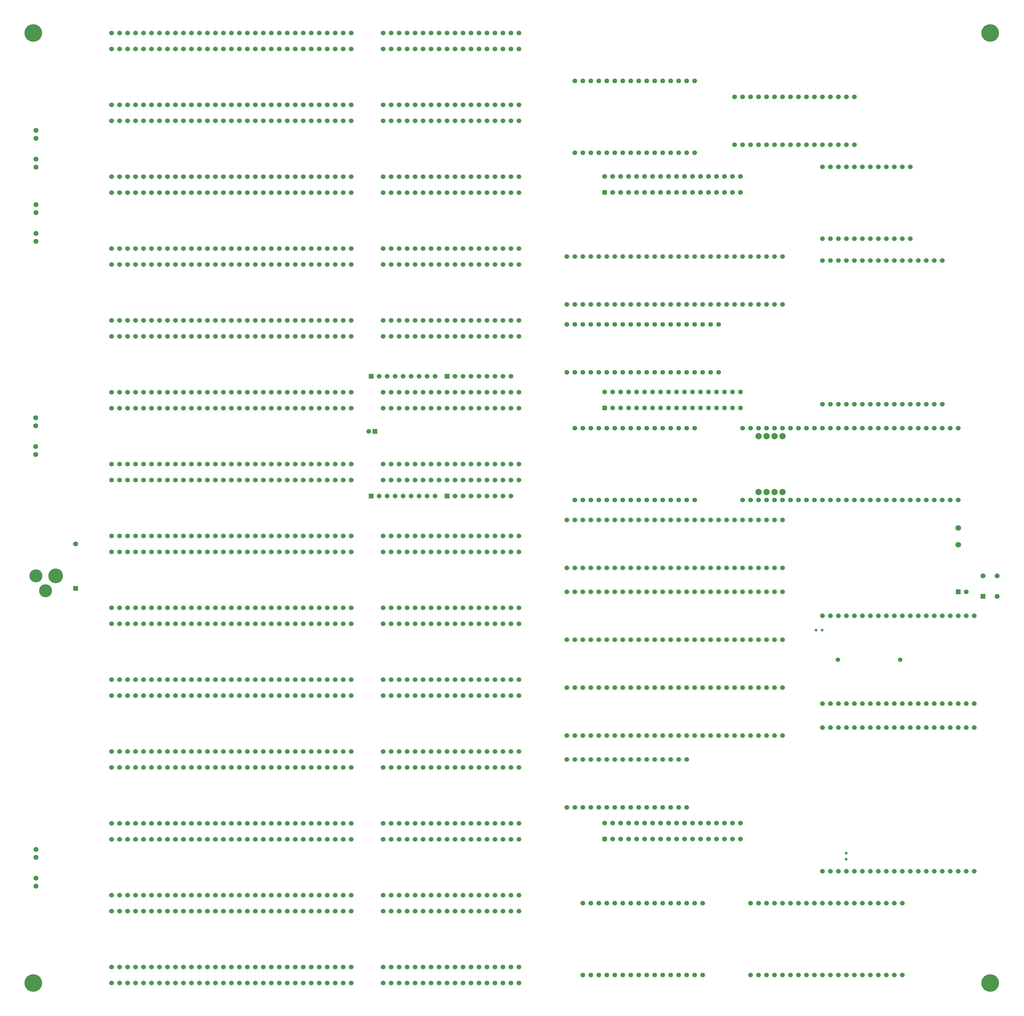
<source format=gbs>
%TF.GenerationSoftware,KiCad,Pcbnew,9.0.4*%
%TF.CreationDate,2025-09-20T21:21:59+02:00*%
%TF.ProjectId,Mainboard Full,4d61696e-626f-4617-9264-2046756c6c2e,V0*%
%TF.SameCoordinates,Original*%
%TF.FileFunction,Soldermask,Bot*%
%TF.FilePolarity,Negative*%
%FSLAX46Y46*%
G04 Gerber Fmt 4.6, Leading zero omitted, Abs format (unit mm)*
G04 Created by KiCad (PCBNEW 9.0.4) date 2025-09-20 21:21:59*
%MOMM*%
%LPD*%
G01*
G04 APERTURE LIST*
G04 Aperture macros list*
%AMRoundRect*
0 Rectangle with rounded corners*
0 $1 Rounding radius*
0 $2 $3 $4 $5 $6 $7 $8 $9 X,Y pos of 4 corners*
0 Add a 4 corners polygon primitive as box body*
4,1,4,$2,$3,$4,$5,$6,$7,$8,$9,$2,$3,0*
0 Add four circle primitives for the rounded corners*
1,1,$1+$1,$2,$3*
1,1,$1+$1,$4,$5*
1,1,$1+$1,$6,$7*
1,1,$1+$1,$8,$9*
0 Add four rect primitives between the rounded corners*
20,1,$1+$1,$2,$3,$4,$5,0*
20,1,$1+$1,$4,$5,$6,$7,0*
20,1,$1+$1,$6,$7,$8,$9,0*
20,1,$1+$1,$8,$9,$2,$3,0*%
G04 Aperture macros list end*
%ADD10C,1.500000*%
%ADD11C,0.900000*%
%ADD12C,2.000000*%
%ADD13C,1.400000*%
%ADD14R,1.500000X1.500000*%
%ADD15RoundRect,0.375000X0.375000X0.375000X-0.375000X0.375000X-0.375000X-0.375000X0.375000X-0.375000X0*%
%ADD16R,1.575000X1.575000*%
%ADD17C,1.575000*%
%ADD18C,4.700000*%
%ADD19C,4.150000*%
%ADD20C,1.600000*%
%ADD21C,5.600000*%
%ADD22C,1.800000*%
G04 APERTURE END LIST*
D10*
%TO.C,B14*%
X198120000Y33020000D03*
X200660000Y33020000D03*
X203200000Y33020000D03*
X205740000Y33020000D03*
X208280000Y33020000D03*
X210820000Y33020000D03*
X213360000Y33020000D03*
X215900000Y33020000D03*
X218440000Y33020000D03*
X220980000Y33020000D03*
X223520000Y33020000D03*
X226060000Y33020000D03*
X228600000Y33020000D03*
X231140000Y33020000D03*
X233680000Y33020000D03*
X236220000Y33020000D03*
X236220000Y48260000D03*
X233680000Y48260000D03*
X231140000Y48260000D03*
X228600000Y48260000D03*
X226060000Y48260000D03*
X223520000Y48260000D03*
X220980000Y48260000D03*
X218440000Y48260000D03*
X215900000Y48260000D03*
X213360000Y48260000D03*
X210820000Y48260000D03*
X208280000Y48260000D03*
X205740000Y48260000D03*
X203200000Y48260000D03*
X200660000Y48260000D03*
X198120000Y48260000D03*
%TD*%
%TO.C,B11*%
X149860000Y-231140000D03*
X152400000Y-231140000D03*
X154940000Y-231140000D03*
X157480000Y-231140000D03*
X160020000Y-231140000D03*
X162560000Y-231140000D03*
X165100000Y-231140000D03*
X167640000Y-231140000D03*
X170180000Y-231140000D03*
X172720000Y-231140000D03*
X175260000Y-231140000D03*
X177800000Y-231140000D03*
X180340000Y-231140000D03*
X182880000Y-231140000D03*
X185420000Y-231140000D03*
X187960000Y-231140000D03*
X187960000Y-208280000D03*
X185420000Y-208280000D03*
X182880000Y-208280000D03*
X180340000Y-208280000D03*
X177800000Y-208280000D03*
X175260000Y-208280000D03*
X172720000Y-208280000D03*
X170180000Y-208280000D03*
X167640000Y-208280000D03*
X165100000Y-208280000D03*
X162560000Y-208280000D03*
X160020000Y-208280000D03*
X157480000Y-208280000D03*
X154940000Y-208280000D03*
X152400000Y-208280000D03*
X149860000Y-208280000D03*
%TD*%
%TO.C,B1*%
X144780000Y-17780000D03*
X147320000Y-17780000D03*
X149860000Y-17780000D03*
X152400000Y-17780000D03*
X154940000Y-17780000D03*
X157480000Y-17780000D03*
X160020000Y-17780000D03*
X162560000Y-17780000D03*
X165100000Y-17780000D03*
X167640000Y-17780000D03*
X170180000Y-17780000D03*
X172720000Y-17780000D03*
X175260000Y-17780000D03*
X177800000Y-17780000D03*
X180340000Y-17780000D03*
X182880000Y-17780000D03*
X185420000Y-17780000D03*
X187960000Y-17780000D03*
X190500000Y-17780000D03*
X193040000Y-17780000D03*
X195580000Y-17780000D03*
X198120000Y-17780000D03*
X200660000Y-17780000D03*
X203200000Y-17780000D03*
X205740000Y-17780000D03*
X208280000Y-17780000D03*
X210820000Y-17780000D03*
X213360000Y-17780000D03*
X213360000Y-2540000D03*
X210820000Y-2540000D03*
X208280000Y-2540000D03*
X205740000Y-2540000D03*
X203200000Y-2540000D03*
X200660000Y-2540000D03*
X198120000Y-2540000D03*
X195580000Y-2540000D03*
X193040000Y-2540000D03*
X190500000Y-2540000D03*
X187960000Y-2540000D03*
X185420000Y-2540000D03*
X182880000Y-2540000D03*
X180340000Y-2540000D03*
X177800000Y-2540000D03*
X175260000Y-2540000D03*
X172720000Y-2540000D03*
X170180000Y-2540000D03*
X167640000Y-2540000D03*
X165100000Y-2540000D03*
X162560000Y-2540000D03*
X160020000Y-2540000D03*
X157480000Y-2540000D03*
X154940000Y-2540000D03*
X152400000Y-2540000D03*
X149860000Y-2540000D03*
X147320000Y-2540000D03*
X144780000Y-2540000D03*
%TD*%
%TO.C,B3*%
X144780000Y-154940000D03*
X147320000Y-154940000D03*
X149860000Y-154940000D03*
X152400000Y-154940000D03*
X154940000Y-154940000D03*
X157480000Y-154940000D03*
X160020000Y-154940000D03*
X162560000Y-154940000D03*
X165100000Y-154940000D03*
X167640000Y-154940000D03*
X170180000Y-154940000D03*
X172720000Y-154940000D03*
X175260000Y-154940000D03*
X177800000Y-154940000D03*
X180340000Y-154940000D03*
X182880000Y-154940000D03*
X185420000Y-154940000D03*
X187960000Y-154940000D03*
X190500000Y-154940000D03*
X193040000Y-154940000D03*
X195580000Y-154940000D03*
X198120000Y-154940000D03*
X200660000Y-154940000D03*
X203200000Y-154940000D03*
X205740000Y-154940000D03*
X208280000Y-154940000D03*
X210820000Y-154940000D03*
X213360000Y-154940000D03*
X213360000Y-139700000D03*
X210820000Y-139700000D03*
X208280000Y-139700000D03*
X205740000Y-139700000D03*
X203200000Y-139700000D03*
X200660000Y-139700000D03*
X198120000Y-139700000D03*
X195580000Y-139700000D03*
X193040000Y-139700000D03*
X190500000Y-139700000D03*
X187960000Y-139700000D03*
X185420000Y-139700000D03*
X182880000Y-139700000D03*
X180340000Y-139700000D03*
X177800000Y-139700000D03*
X175260000Y-139700000D03*
X172720000Y-139700000D03*
X170180000Y-139700000D03*
X167640000Y-139700000D03*
X165100000Y-139700000D03*
X162560000Y-139700000D03*
X160020000Y-139700000D03*
X157480000Y-139700000D03*
X154940000Y-139700000D03*
X152400000Y-139700000D03*
X149860000Y-139700000D03*
X147320000Y-139700000D03*
X144780000Y-139700000D03*
%TD*%
%TO.C,B15*%
X144780000Y-177800000D03*
X147320000Y-177800000D03*
X149860000Y-177800000D03*
X152400000Y-177800000D03*
X154940000Y-177800000D03*
X157480000Y-177800000D03*
X160020000Y-177800000D03*
X162560000Y-177800000D03*
X165100000Y-177800000D03*
X167640000Y-177800000D03*
X170180000Y-177800000D03*
X172720000Y-177800000D03*
X175260000Y-177800000D03*
X177800000Y-177800000D03*
X180340000Y-177800000D03*
X182880000Y-177800000D03*
X182880000Y-162560000D03*
X180340000Y-162560000D03*
X177800000Y-162560000D03*
X175260000Y-162560000D03*
X172720000Y-162560000D03*
X170180000Y-162560000D03*
X167640000Y-162560000D03*
X165100000Y-162560000D03*
X162560000Y-162560000D03*
X160020000Y-162560000D03*
X157480000Y-162560000D03*
X154940000Y-162560000D03*
X152400000Y-162560000D03*
X149860000Y-162560000D03*
X147320000Y-162560000D03*
X144780000Y-162560000D03*
%TD*%
D11*
%TO.C,B6*%
X233655000Y-194335400D03*
X233655000Y-192335400D03*
D10*
X226060000Y-198120000D03*
X228600000Y-198120000D03*
X231140000Y-198120000D03*
X233680000Y-198120000D03*
X236220000Y-198120000D03*
X238760000Y-198120000D03*
X241300000Y-198120000D03*
X243840000Y-198120000D03*
X246380000Y-198120000D03*
X248920000Y-198120000D03*
X251460000Y-198120000D03*
X254000000Y-198120000D03*
X256540000Y-198120000D03*
X259080000Y-198120000D03*
X261620000Y-198120000D03*
X264160000Y-198120000D03*
X266700000Y-198120000D03*
X269240000Y-198120000D03*
X271780000Y-198120000D03*
X274320000Y-198120000D03*
X274320000Y-152400000D03*
X271780000Y-152400000D03*
X269240000Y-152400000D03*
X266700000Y-152400000D03*
X264160000Y-152400000D03*
X261620000Y-152400000D03*
X259080000Y-152400000D03*
X256540000Y-152400000D03*
X254000000Y-152400000D03*
X251460000Y-152400000D03*
X248920000Y-152400000D03*
X246380000Y-152400000D03*
X243840000Y-152400000D03*
X241300000Y-152400000D03*
X238760000Y-152400000D03*
X236220000Y-152400000D03*
X233680000Y-152400000D03*
X231140000Y-152400000D03*
X228600000Y-152400000D03*
X226060000Y-152400000D03*
%TD*%
%TO.C,B16*%
X226060000Y3175000D03*
X228600000Y3175000D03*
X231140000Y3175000D03*
X233680000Y3175000D03*
X236220000Y3175000D03*
X238760000Y3175000D03*
X241300000Y3175000D03*
X243840000Y3175000D03*
X246380000Y3175000D03*
X248920000Y3175000D03*
X251460000Y3175000D03*
X254000000Y3175000D03*
X254000000Y26035000D03*
X251460000Y26035000D03*
X248920000Y26035000D03*
X246380000Y26035000D03*
X243840000Y26035000D03*
X241300000Y26035000D03*
X238760000Y26035000D03*
X236220000Y26035000D03*
X233680000Y26035000D03*
X231140000Y26035000D03*
X228600000Y26035000D03*
X226060000Y26035000D03*
%TD*%
%TO.C,B7*%
X226060000Y-49530000D03*
X228600000Y-49530000D03*
X231140000Y-49530000D03*
X233680000Y-49530000D03*
X236220000Y-49530000D03*
X238760000Y-49530000D03*
X241300000Y-49530000D03*
X243840000Y-49530000D03*
X246380000Y-49530000D03*
X248920000Y-49530000D03*
X251460000Y-49530000D03*
X254000000Y-49530000D03*
X256540000Y-49530000D03*
X259080000Y-49530000D03*
X261620000Y-49530000D03*
X264160000Y-49530000D03*
X264160000Y-3810000D03*
X261620000Y-3810000D03*
X259080000Y-3810000D03*
X256540000Y-3810000D03*
X254000000Y-3810000D03*
X251460000Y-3810000D03*
X248920000Y-3810000D03*
X246380000Y-3810000D03*
X243840000Y-3810000D03*
X241300000Y-3810000D03*
X238760000Y-3810000D03*
X236220000Y-3810000D03*
X233680000Y-3810000D03*
X231140000Y-3810000D03*
X228600000Y-3810000D03*
X226060000Y-3810000D03*
%TD*%
%TO.C,B9*%
X144780000Y-124460000D03*
X147320000Y-124460000D03*
X149860000Y-124460000D03*
X152400000Y-124460000D03*
X154940000Y-124460000D03*
X157480000Y-124460000D03*
X160020000Y-124460000D03*
X162560000Y-124460000D03*
X165100000Y-124460000D03*
X167640000Y-124460000D03*
X170180000Y-124460000D03*
X172720000Y-124460000D03*
X175260000Y-124460000D03*
X177800000Y-124460000D03*
X180340000Y-124460000D03*
X182880000Y-124460000D03*
X185420000Y-124460000D03*
X187960000Y-124460000D03*
X190500000Y-124460000D03*
X193040000Y-124460000D03*
X195580000Y-124460000D03*
X198120000Y-124460000D03*
X200660000Y-124460000D03*
X203200000Y-124460000D03*
X205740000Y-124460000D03*
X208280000Y-124460000D03*
X210820000Y-124460000D03*
X213360000Y-124460000D03*
X213360000Y-109220000D03*
X210820000Y-109220000D03*
X208280000Y-109220000D03*
X205740000Y-109220000D03*
X203200000Y-109220000D03*
X200660000Y-109220000D03*
X198120000Y-109220000D03*
X195580000Y-109220000D03*
X193040000Y-109220000D03*
X190500000Y-109220000D03*
X187960000Y-109220000D03*
X185420000Y-109220000D03*
X182880000Y-109220000D03*
X180340000Y-109220000D03*
X177800000Y-109220000D03*
X175260000Y-109220000D03*
X172720000Y-109220000D03*
X170180000Y-109220000D03*
X167640000Y-109220000D03*
X165100000Y-109220000D03*
X162560000Y-109220000D03*
X160020000Y-109220000D03*
X157480000Y-109220000D03*
X154940000Y-109220000D03*
X152400000Y-109220000D03*
X149860000Y-109220000D03*
X147320000Y-109220000D03*
X144780000Y-109220000D03*
%TD*%
D12*
%TO.C,B12*%
X205740000Y-77470000D03*
X208280000Y-77470000D03*
X210820000Y-77470000D03*
X213360000Y-77470000D03*
X205740000Y-59690000D03*
X208280000Y-59690000D03*
X210820000Y-59690000D03*
X213360000Y-59690000D03*
D10*
X200660000Y-80010000D03*
X203200000Y-80010000D03*
X205740000Y-80010000D03*
X208280000Y-80010000D03*
X210820000Y-80010000D03*
X213360000Y-80010000D03*
X215900000Y-80010000D03*
X218440000Y-80010000D03*
X220980000Y-80010000D03*
X223520000Y-80010000D03*
X226060000Y-80010000D03*
X228600000Y-80010000D03*
X231140000Y-80010000D03*
X233680000Y-80010000D03*
X236220000Y-80010000D03*
X238760000Y-80010000D03*
X241300000Y-80010000D03*
X243840000Y-80010000D03*
X246380000Y-80010000D03*
X248920000Y-80010000D03*
X251460000Y-80010000D03*
X254000000Y-80010000D03*
X256540000Y-80010000D03*
X259080000Y-80010000D03*
X261620000Y-80010000D03*
X264160000Y-80010000D03*
X266700000Y-80010000D03*
X269240000Y-80010000D03*
X269240000Y-57150000D03*
X266700000Y-57150000D03*
X264160000Y-57150000D03*
X261620000Y-57150000D03*
X259080000Y-57150000D03*
X256540000Y-57150000D03*
X254000000Y-57150000D03*
X251460000Y-57150000D03*
X248920000Y-57150000D03*
X246380000Y-57150000D03*
X243840000Y-57150000D03*
X241300000Y-57150000D03*
X238760000Y-57150000D03*
X236220000Y-57150000D03*
X233680000Y-57150000D03*
X231140000Y-57150000D03*
X228600000Y-57150000D03*
X226060000Y-57150000D03*
X223520000Y-57150000D03*
X220980000Y-57150000D03*
X218440000Y-57150000D03*
X215900000Y-57150000D03*
X213360000Y-57150000D03*
X210820000Y-57150000D03*
X208280000Y-57150000D03*
X205740000Y-57150000D03*
X203200000Y-57150000D03*
X200660000Y-57150000D03*
%TD*%
%TO.C,B10*%
X147320000Y-80010000D03*
X149860000Y-80010000D03*
X152400000Y-80010000D03*
X154940000Y-80010000D03*
X157480000Y-80010000D03*
X160020000Y-80010000D03*
X162560000Y-80010000D03*
X165100000Y-80010000D03*
X167640000Y-80010000D03*
X170180000Y-80010000D03*
X172720000Y-80010000D03*
X175260000Y-80010000D03*
X177800000Y-80010000D03*
X180340000Y-80010000D03*
X182880000Y-80010000D03*
X185420000Y-80010000D03*
X185420000Y-57150000D03*
X182880000Y-57150000D03*
X180340000Y-57150000D03*
X177800000Y-57150000D03*
X175260000Y-57150000D03*
X172720000Y-57150000D03*
X170180000Y-57150000D03*
X167640000Y-57150000D03*
X165100000Y-57150000D03*
X162560000Y-57150000D03*
X160020000Y-57150000D03*
X157480000Y-57150000D03*
X154940000Y-57150000D03*
X152400000Y-57150000D03*
X149860000Y-57150000D03*
X147320000Y-57150000D03*
%TD*%
D13*
%TO.C,B8*%
X231013000Y-130810000D03*
X250813000Y-130810000D03*
D11*
X224028001Y-121412000D03*
X226028001Y-121412000D03*
D10*
X226060000Y-144780000D03*
X228600000Y-144780000D03*
X231140000Y-144780000D03*
X233680000Y-144780000D03*
X236220000Y-144780000D03*
X238760000Y-144780000D03*
X241300000Y-144780000D03*
X243840000Y-144780000D03*
X246380000Y-144780000D03*
X248920000Y-144780000D03*
X251460000Y-144780000D03*
X254000000Y-144780000D03*
X256540000Y-144780000D03*
X259080000Y-144780000D03*
X261620000Y-144780000D03*
X264160000Y-144780000D03*
X266700000Y-144780000D03*
X269240000Y-144780000D03*
X271780000Y-144780000D03*
X274320000Y-144780000D03*
X274320000Y-116840000D03*
X271780000Y-116840000D03*
X269240000Y-116840000D03*
X266700000Y-116840000D03*
X264160000Y-116840000D03*
X261620000Y-116840000D03*
X259080000Y-116840000D03*
X256540000Y-116840000D03*
X254000000Y-116840000D03*
X251460000Y-116840000D03*
X248920000Y-116840000D03*
X246380000Y-116840000D03*
X243840000Y-116840000D03*
X241300000Y-116840000D03*
X238760000Y-116840000D03*
X236220000Y-116840000D03*
X233680000Y-116840000D03*
X231140000Y-116840000D03*
X228600000Y-116840000D03*
X226060000Y-116840000D03*
%TD*%
%TO.C,B4*%
X144780000Y-39370000D03*
X147320000Y-39370000D03*
X149860000Y-39370000D03*
X152400000Y-39370000D03*
X154940000Y-39370000D03*
X157480000Y-39370000D03*
X160020000Y-39370000D03*
X162560000Y-39370000D03*
X165100000Y-39370000D03*
X167640000Y-39370000D03*
X170180000Y-39370000D03*
X172720000Y-39370000D03*
X175260000Y-39370000D03*
X177800000Y-39370000D03*
X180340000Y-39370000D03*
X182880000Y-39370000D03*
X185420000Y-39370000D03*
X187960000Y-39370000D03*
X190500000Y-39370000D03*
X193040000Y-39370000D03*
X193040000Y-24130000D03*
X190500000Y-24130000D03*
X187960000Y-24130000D03*
X185420000Y-24130000D03*
X182880000Y-24130000D03*
X180340000Y-24130000D03*
X177800000Y-24130000D03*
X175260000Y-24130000D03*
X172720000Y-24130000D03*
X170180000Y-24130000D03*
X167640000Y-24130000D03*
X165100000Y-24130000D03*
X162560000Y-24130000D03*
X160020000Y-24130000D03*
X157480000Y-24130000D03*
X154940000Y-24130000D03*
X152400000Y-24130000D03*
X149860000Y-24130000D03*
X147320000Y-24130000D03*
X144780000Y-24130000D03*
%TD*%
%TO.C,B5*%
X147320000Y30480000D03*
X149860000Y30480000D03*
X152400000Y30480000D03*
X154940000Y30480000D03*
X157480000Y30480000D03*
X160020000Y30480000D03*
X162560000Y30480000D03*
X165100000Y30480000D03*
X167640000Y30480000D03*
X170180000Y30480000D03*
X172720000Y30480000D03*
X175260000Y30480000D03*
X177800000Y30480000D03*
X180340000Y30480000D03*
X182880000Y30480000D03*
X185420000Y30480000D03*
X185420000Y53340000D03*
X182880000Y53340000D03*
X180340000Y53340000D03*
X177800000Y53340000D03*
X175260000Y53340000D03*
X172720000Y53340000D03*
X170180000Y53340000D03*
X167640000Y53340000D03*
X165100000Y53340000D03*
X162560000Y53340000D03*
X160020000Y53340000D03*
X157480000Y53340000D03*
X154940000Y53340000D03*
X152400000Y53340000D03*
X149860000Y53340000D03*
X147320000Y53340000D03*
%TD*%
%TO.C,B13*%
X203200000Y-231140000D03*
X205740000Y-231140000D03*
X208280000Y-231140000D03*
X210820000Y-231140000D03*
X213360000Y-231140000D03*
X215900000Y-231140000D03*
X218440000Y-231140000D03*
X220980000Y-231140000D03*
X223520000Y-231140000D03*
X226060000Y-231140000D03*
X228600000Y-231140000D03*
X231140000Y-231140000D03*
X233680000Y-231140000D03*
X236220000Y-231140000D03*
X238760000Y-231140000D03*
X241300000Y-231140000D03*
X243840000Y-231140000D03*
X246380000Y-231140000D03*
X248920000Y-231140000D03*
X251460000Y-231140000D03*
X251460000Y-208280000D03*
X248920000Y-208280000D03*
X246380000Y-208280000D03*
X243840000Y-208280000D03*
X241300000Y-208280000D03*
X238760000Y-208280000D03*
X236220000Y-208280000D03*
X233680000Y-208280000D03*
X231140000Y-208280000D03*
X228600000Y-208280000D03*
X226060000Y-208280000D03*
X223520000Y-208280000D03*
X220980000Y-208280000D03*
X218440000Y-208280000D03*
X215900000Y-208280000D03*
X213360000Y-208280000D03*
X210820000Y-208280000D03*
X208280000Y-208280000D03*
X205740000Y-208280000D03*
X203200000Y-208280000D03*
%TD*%
%TO.C,B2*%
X144780000Y-101600000D03*
X147320000Y-101600000D03*
X149860000Y-101600000D03*
X152400000Y-101600000D03*
X154940000Y-101600000D03*
X157480000Y-101600000D03*
X160020000Y-101600000D03*
X162560000Y-101600000D03*
X165100000Y-101600000D03*
X167640000Y-101600000D03*
X170180000Y-101600000D03*
X172720000Y-101600000D03*
X175260000Y-101600000D03*
X177800000Y-101600000D03*
X180340000Y-101600000D03*
X182880000Y-101600000D03*
X185420000Y-101600000D03*
X187960000Y-101600000D03*
X190500000Y-101600000D03*
X193040000Y-101600000D03*
X195580000Y-101600000D03*
X198120000Y-101600000D03*
X200660000Y-101600000D03*
X203200000Y-101600000D03*
X205740000Y-101600000D03*
X208280000Y-101600000D03*
X210820000Y-101600000D03*
X213360000Y-101600000D03*
X213360000Y-86360000D03*
X210820000Y-86360000D03*
X208280000Y-86360000D03*
X205740000Y-86360000D03*
X203200000Y-86360000D03*
X200660000Y-86360000D03*
X198120000Y-86360000D03*
X195580000Y-86360000D03*
X193040000Y-86360000D03*
X190500000Y-86360000D03*
X187960000Y-86360000D03*
X185420000Y-86360000D03*
X182880000Y-86360000D03*
X180340000Y-86360000D03*
X177800000Y-86360000D03*
X175260000Y-86360000D03*
X172720000Y-86360000D03*
X170180000Y-86360000D03*
X167640000Y-86360000D03*
X165100000Y-86360000D03*
X162560000Y-86360000D03*
X160020000Y-86360000D03*
X157480000Y-86360000D03*
X154940000Y-86360000D03*
X152400000Y-86360000D03*
X149860000Y-86360000D03*
X147320000Y-86360000D03*
X144780000Y-86360000D03*
%TD*%
D14*
%TO.C,C1*%
X83788001Y-58166000D03*
D10*
X81788001Y-58166000D03*
%TD*%
%TO.C,MPU1 DEV17*%
X0Y45720000D03*
X2540000Y45720000D03*
X5080000Y45720000D03*
X7620000Y45720000D03*
X10160000Y45720000D03*
X12700000Y45720000D03*
X15240000Y45720000D03*
X17780000Y45720000D03*
X20320000Y45720000D03*
X22860000Y45720000D03*
X25400000Y45720000D03*
X27940000Y45720000D03*
X30480000Y45720000D03*
X33020000Y45720000D03*
X35560000Y45720000D03*
X38100000Y45720000D03*
X40640000Y45720000D03*
X43180000Y45720000D03*
X45720000Y45720000D03*
X48260000Y45720000D03*
X50800000Y45720000D03*
X53340000Y45720000D03*
X55880000Y45720000D03*
X58420000Y45720000D03*
X60960000Y45720000D03*
X63500000Y45720000D03*
X66040000Y45720000D03*
X68580000Y45720000D03*
X71120000Y45720000D03*
X73660000Y45720000D03*
X76200000Y45720000D03*
X0Y40640000D03*
X2540000Y40640000D03*
X5080000Y40640000D03*
X7620000Y40640000D03*
X10160000Y40640000D03*
X12700000Y40640000D03*
X15240000Y40640000D03*
X17780000Y40640000D03*
X20320000Y40640000D03*
X22860000Y40640000D03*
X25400000Y40640000D03*
X27940000Y40640000D03*
X30480000Y40640000D03*
X33020000Y40640000D03*
X35560000Y40640000D03*
X38100000Y40640000D03*
X40640000Y40640000D03*
X43180000Y40640000D03*
X45720000Y40640000D03*
X48260000Y40640000D03*
X50800000Y40640000D03*
X53340000Y40640000D03*
X55880000Y40640000D03*
X58420000Y40640000D03*
X60960000Y40640000D03*
X63500000Y40640000D03*
X66040000Y40640000D03*
X68580000Y40640000D03*
X71120000Y40640000D03*
X73660000Y40640000D03*
X76200000Y40640000D03*
X86360000Y45720000D03*
X88900000Y45720000D03*
X91440000Y45720000D03*
X93980000Y45720000D03*
X96520000Y45720000D03*
X99060000Y45720000D03*
X101600000Y45720000D03*
X104140000Y45720000D03*
X106680000Y45720000D03*
X109220000Y45720000D03*
X111760000Y45720000D03*
X114300000Y45720000D03*
X116840000Y45720000D03*
X119380000Y45720000D03*
X121920000Y45720000D03*
X124460000Y45720000D03*
X127000000Y45720000D03*
X129540000Y45720000D03*
X86360000Y40640000D03*
X88900000Y40640000D03*
X91440000Y40640000D03*
X93980000Y40640000D03*
X96520000Y40640000D03*
X99060000Y40640000D03*
X101600000Y40640000D03*
X104140000Y40640000D03*
X106680000Y40640000D03*
X109220000Y40640000D03*
X111760000Y40640000D03*
X114300000Y40640000D03*
X116840000Y40640000D03*
X119380000Y40640000D03*
X121920000Y40640000D03*
X124460000Y40640000D03*
X127000000Y40640000D03*
X129540000Y40640000D03*
%TD*%
D15*
%TO.C,MPD0*%
X156845000Y-50673000D03*
D10*
X156845000Y-45593000D03*
X159385000Y-50673000D03*
X159385000Y-45593000D03*
X161925000Y-50673000D03*
X161925000Y-45593000D03*
X164465000Y-50673000D03*
X164465000Y-45593000D03*
X167005000Y-50673000D03*
X167005000Y-45593000D03*
X169545000Y-50673000D03*
X169545000Y-45593000D03*
X172085000Y-50673000D03*
X172085000Y-45593000D03*
X174625000Y-50673000D03*
X174625000Y-45593000D03*
X177165000Y-50673000D03*
X177165000Y-45593000D03*
X179705000Y-50673000D03*
X179705000Y-45593000D03*
X182245000Y-50673000D03*
X182245000Y-45593000D03*
X184785000Y-50673000D03*
X184785000Y-45593000D03*
X187325000Y-50673000D03*
X187325000Y-45593000D03*
X189865000Y-50673000D03*
X189865000Y-45593000D03*
X192405000Y-50673000D03*
X192405000Y-45593000D03*
X194945000Y-50673000D03*
X194945000Y-45593000D03*
X197485000Y-50673000D03*
X197485000Y-45593000D03*
X200025000Y-50673000D03*
X200025000Y-45593000D03*
%TD*%
%TO.C,MPU1 DEV16*%
X0Y68580000D03*
X2540000Y68580000D03*
X5080000Y68580000D03*
X7620000Y68580000D03*
X10160000Y68580000D03*
X12700000Y68580000D03*
X15240000Y68580000D03*
X17780000Y68580000D03*
X20320000Y68580000D03*
X22860000Y68580000D03*
X25400000Y68580000D03*
X27940000Y68580000D03*
X30480000Y68580000D03*
X33020000Y68580000D03*
X35560000Y68580000D03*
X38100000Y68580000D03*
X40640000Y68580000D03*
X43180000Y68580000D03*
X45720000Y68580000D03*
X48260000Y68580000D03*
X50800000Y68580000D03*
X53340000Y68580000D03*
X55880000Y68580000D03*
X58420000Y68580000D03*
X60960000Y68580000D03*
X63500000Y68580000D03*
X66040000Y68580000D03*
X68580000Y68580000D03*
X71120000Y68580000D03*
X73660000Y68580000D03*
X76200000Y68580000D03*
X0Y63500000D03*
X2540000Y63500000D03*
X5080000Y63500000D03*
X7620000Y63500000D03*
X10160000Y63500000D03*
X12700000Y63500000D03*
X15240000Y63500000D03*
X17780000Y63500000D03*
X20320000Y63500000D03*
X22860000Y63500000D03*
X25400000Y63500000D03*
X27940000Y63500000D03*
X30480000Y63500000D03*
X33020000Y63500000D03*
X35560000Y63500000D03*
X38100000Y63500000D03*
X40640000Y63500000D03*
X43180000Y63500000D03*
X45720000Y63500000D03*
X48260000Y63500000D03*
X50800000Y63500000D03*
X53340000Y63500000D03*
X55880000Y63500000D03*
X58420000Y63500000D03*
X60960000Y63500000D03*
X63500000Y63500000D03*
X66040000Y63500000D03*
X68580000Y63500000D03*
X71120000Y63500000D03*
X73660000Y63500000D03*
X76200000Y63500000D03*
X86360000Y68580000D03*
X88900000Y68580000D03*
X91440000Y68580000D03*
X93980000Y68580000D03*
X96520000Y68580000D03*
X99060000Y68580000D03*
X101600000Y68580000D03*
X104140000Y68580000D03*
X106680000Y68580000D03*
X109220000Y68580000D03*
X111760000Y68580000D03*
X114300000Y68580000D03*
X116840000Y68580000D03*
X119380000Y68580000D03*
X121920000Y68580000D03*
X124460000Y68580000D03*
X127000000Y68580000D03*
X129540000Y68580000D03*
X86360000Y63500000D03*
X88900000Y63500000D03*
X91440000Y63500000D03*
X93980000Y63500000D03*
X96520000Y63500000D03*
X99060000Y63500000D03*
X101600000Y63500000D03*
X104140000Y63500000D03*
X106680000Y63500000D03*
X109220000Y63500000D03*
X111760000Y63500000D03*
X114300000Y63500000D03*
X116840000Y63500000D03*
X119380000Y63500000D03*
X121920000Y63500000D03*
X124460000Y63500000D03*
X127000000Y63500000D03*
X129540000Y63500000D03*
%TD*%
%TO.C,MPU2 DEV16*%
X0Y-205740000D03*
X2540000Y-205740000D03*
X5080000Y-205740000D03*
X7620000Y-205740000D03*
X10160000Y-205740000D03*
X12700000Y-205740000D03*
X15240000Y-205740000D03*
X17780000Y-205740000D03*
X20320000Y-205740000D03*
X22860000Y-205740000D03*
X25400000Y-205740000D03*
X27940000Y-205740000D03*
X30480000Y-205740000D03*
X33020000Y-205740000D03*
X35560000Y-205740000D03*
X38100000Y-205740000D03*
X40640000Y-205740000D03*
X43180000Y-205740000D03*
X45720000Y-205740000D03*
X48260000Y-205740000D03*
X50800000Y-205740000D03*
X53340000Y-205740000D03*
X55880000Y-205740000D03*
X58420000Y-205740000D03*
X60960000Y-205740000D03*
X63500000Y-205740000D03*
X66040000Y-205740000D03*
X68580000Y-205740000D03*
X71120000Y-205740000D03*
X73660000Y-205740000D03*
X76200000Y-205740000D03*
X0Y-210820000D03*
X2540000Y-210820000D03*
X5080000Y-210820000D03*
X7620000Y-210820000D03*
X10160000Y-210820000D03*
X12700000Y-210820000D03*
X15240000Y-210820000D03*
X17780000Y-210820000D03*
X20320000Y-210820000D03*
X22860000Y-210820000D03*
X25400000Y-210820000D03*
X27940000Y-210820000D03*
X30480000Y-210820000D03*
X33020000Y-210820000D03*
X35560000Y-210820000D03*
X38100000Y-210820000D03*
X40640000Y-210820000D03*
X43180000Y-210820000D03*
X45720000Y-210820000D03*
X48260000Y-210820000D03*
X50800000Y-210820000D03*
X53340000Y-210820000D03*
X55880000Y-210820000D03*
X58420000Y-210820000D03*
X60960000Y-210820000D03*
X63500000Y-210820000D03*
X66040000Y-210820000D03*
X68580000Y-210820000D03*
X71120000Y-210820000D03*
X73660000Y-210820000D03*
X76200000Y-210820000D03*
X86360000Y-205740000D03*
X88900000Y-205740000D03*
X91440000Y-205740000D03*
X93980000Y-205740000D03*
X96520000Y-205740000D03*
X99060000Y-205740000D03*
X101600000Y-205740000D03*
X104140000Y-205740000D03*
X106680000Y-205740000D03*
X109220000Y-205740000D03*
X111760000Y-205740000D03*
X114300000Y-205740000D03*
X116840000Y-205740000D03*
X119380000Y-205740000D03*
X121920000Y-205740000D03*
X124460000Y-205740000D03*
X127000000Y-205740000D03*
X129540000Y-205740000D03*
X86360000Y-210820000D03*
X88900000Y-210820000D03*
X91440000Y-210820000D03*
X93980000Y-210820000D03*
X96520000Y-210820000D03*
X99060000Y-210820000D03*
X101600000Y-210820000D03*
X104140000Y-210820000D03*
X106680000Y-210820000D03*
X109220000Y-210820000D03*
X111760000Y-210820000D03*
X114300000Y-210820000D03*
X116840000Y-210820000D03*
X119380000Y-210820000D03*
X121920000Y-210820000D03*
X124460000Y-210820000D03*
X127000000Y-210820000D03*
X129540000Y-210820000D03*
%TD*%
D16*
%TO.C,D1*%
X-11430000Y-108080001D03*
D17*
X-11430000Y-93980000D03*
%TD*%
D10*
%TO.C,MPU0 DEV18*%
X0Y-91440000D03*
X2540000Y-91440000D03*
X5080000Y-91440000D03*
X7620000Y-91440000D03*
X10160000Y-91440000D03*
X12700000Y-91440000D03*
X15240000Y-91440000D03*
X17780000Y-91440000D03*
X20320000Y-91440000D03*
X22860000Y-91440000D03*
X25400000Y-91440000D03*
X27940000Y-91440000D03*
X30480000Y-91440000D03*
X33020000Y-91440000D03*
X35560000Y-91440000D03*
X38100000Y-91440000D03*
X40640000Y-91440000D03*
X43180000Y-91440000D03*
X45720000Y-91440000D03*
X48260000Y-91440000D03*
X50800000Y-91440000D03*
X53340000Y-91440000D03*
X55880000Y-91440000D03*
X58420000Y-91440000D03*
X60960000Y-91440000D03*
X63500000Y-91440000D03*
X66040000Y-91440000D03*
X68580000Y-91440000D03*
X71120000Y-91440000D03*
X73660000Y-91440000D03*
X76200000Y-91440000D03*
X0Y-96520000D03*
X2540000Y-96520000D03*
X5080000Y-96520000D03*
X7620000Y-96520000D03*
X10160000Y-96520000D03*
X12700000Y-96520000D03*
X15240000Y-96520000D03*
X17780000Y-96520000D03*
X20320000Y-96520000D03*
X22860000Y-96520000D03*
X25400000Y-96520000D03*
X27940000Y-96520000D03*
X30480000Y-96520000D03*
X33020000Y-96520000D03*
X35560000Y-96520000D03*
X38100000Y-96520000D03*
X40640000Y-96520000D03*
X43180000Y-96520000D03*
X45720000Y-96520000D03*
X48260000Y-96520000D03*
X50800000Y-96520000D03*
X53340000Y-96520000D03*
X55880000Y-96520000D03*
X58420000Y-96520000D03*
X60960000Y-96520000D03*
X63500000Y-96520000D03*
X66040000Y-96520000D03*
X68580000Y-96520000D03*
X71120000Y-96520000D03*
X73660000Y-96520000D03*
X76200000Y-96520000D03*
X86360000Y-91440000D03*
X88900000Y-91440000D03*
X91440000Y-91440000D03*
X93980000Y-91440000D03*
X96520000Y-91440000D03*
X99060000Y-91440000D03*
X101600000Y-91440000D03*
X104140000Y-91440000D03*
X106680000Y-91440000D03*
X109220000Y-91440000D03*
X111760000Y-91440000D03*
X114300000Y-91440000D03*
X116840000Y-91440000D03*
X119380000Y-91440000D03*
X121920000Y-91440000D03*
X124460000Y-91440000D03*
X127000000Y-91440000D03*
X129540000Y-91440000D03*
X86360000Y-96520000D03*
X88900000Y-96520000D03*
X91440000Y-96520000D03*
X93980000Y-96520000D03*
X96520000Y-96520000D03*
X99060000Y-96520000D03*
X101600000Y-96520000D03*
X104140000Y-96520000D03*
X106680000Y-96520000D03*
X109220000Y-96520000D03*
X111760000Y-96520000D03*
X114300000Y-96520000D03*
X116840000Y-96520000D03*
X119380000Y-96520000D03*
X121920000Y-96520000D03*
X124460000Y-96520000D03*
X127000000Y-96520000D03*
X129540000Y-96520000D03*
%TD*%
D18*
%TO.C,J3*%
X-17780000Y-104140000D03*
D19*
X-20980000Y-108840000D03*
X-23980000Y-104140000D03*
%TD*%
D15*
%TO.C,MPD2*%
X156845000Y-187833000D03*
D10*
X156845000Y-182753000D03*
X159385000Y-187833000D03*
X159385000Y-182753000D03*
X161925000Y-187833000D03*
X161925000Y-182753000D03*
X164465000Y-187833000D03*
X164465000Y-182753000D03*
X167005000Y-187833000D03*
X167005000Y-182753000D03*
X169545000Y-187833000D03*
X169545000Y-182753000D03*
X172085000Y-187833000D03*
X172085000Y-182753000D03*
X174625000Y-187833000D03*
X174625000Y-182753000D03*
X177165000Y-187833000D03*
X177165000Y-182753000D03*
X179705000Y-187833000D03*
X179705000Y-182753000D03*
X182245000Y-187833000D03*
X182245000Y-182753000D03*
X184785000Y-187833000D03*
X184785000Y-182753000D03*
X187325000Y-187833000D03*
X187325000Y-182753000D03*
X189865000Y-187833000D03*
X189865000Y-182753000D03*
X192405000Y-187833000D03*
X192405000Y-182753000D03*
X194945000Y-187833000D03*
X194945000Y-182753000D03*
X197485000Y-187833000D03*
X197485000Y-182753000D03*
X200025000Y-187833000D03*
X200025000Y-182753000D03*
%TD*%
D15*
%TO.C,MPD1*%
X156845000Y17907000D03*
D10*
X156845000Y22987000D03*
X159385000Y17907000D03*
X159385000Y22987000D03*
X161925000Y17907000D03*
X161925000Y22987000D03*
X164465000Y17907000D03*
X164465000Y22987000D03*
X167005000Y17907000D03*
X167005000Y22987000D03*
X169545000Y17907000D03*
X169545000Y22987000D03*
X172085000Y17907000D03*
X172085000Y22987000D03*
X174625000Y17907000D03*
X174625000Y22987000D03*
X177165000Y17907000D03*
X177165000Y22987000D03*
X179705000Y17907000D03*
X179705000Y22987000D03*
X182245000Y17907000D03*
X182245000Y22987000D03*
X184785000Y17907000D03*
X184785000Y22987000D03*
X187325000Y17907000D03*
X187325000Y22987000D03*
X189865000Y17907000D03*
X189865000Y22987000D03*
X192405000Y17907000D03*
X192405000Y22987000D03*
X194945000Y17907000D03*
X194945000Y22987000D03*
X197485000Y17907000D03*
X197485000Y22987000D03*
X200025000Y17907000D03*
X200025000Y22987000D03*
%TD*%
D20*
%TO.C,C6*%
X-24003000Y35052000D03*
X-24003000Y37552000D03*
%TD*%
D10*
%TO.C,MPU1*%
X0Y22860000D03*
X2540000Y22860000D03*
X5080000Y22860000D03*
X7620000Y22860000D03*
X10160000Y22860000D03*
X12700000Y22860000D03*
X15240000Y22860000D03*
X17780000Y22860000D03*
X20320000Y22860000D03*
X22860000Y22860000D03*
X25400000Y22860000D03*
X27940000Y22860000D03*
X30480000Y22860000D03*
X33020000Y22860000D03*
X35560000Y22860000D03*
X38100000Y22860000D03*
X40640000Y22860000D03*
X43180000Y22860000D03*
X45720000Y22860000D03*
X48260000Y22860000D03*
X50800000Y22860000D03*
X53340000Y22860000D03*
X55880000Y22860000D03*
X58420000Y22860000D03*
X60960000Y22860000D03*
X63500000Y22860000D03*
X66040000Y22860000D03*
X68580000Y22860000D03*
X71120000Y22860000D03*
X73660000Y22860000D03*
X76200000Y22860000D03*
X0Y17780000D03*
X2540000Y17780000D03*
X5080000Y17780000D03*
X7620000Y17780000D03*
X10160000Y17780000D03*
X12700000Y17780000D03*
X15240000Y17780000D03*
X17780000Y17780000D03*
X20320000Y17780000D03*
X22860000Y17780000D03*
X25400000Y17780000D03*
X27940000Y17780000D03*
X30480000Y17780000D03*
X33020000Y17780000D03*
X35560000Y17780000D03*
X38100000Y17780000D03*
X40640000Y17780000D03*
X43180000Y17780000D03*
X45720000Y17780000D03*
X48260000Y17780000D03*
X50800000Y17780000D03*
X53340000Y17780000D03*
X55880000Y17780000D03*
X58420000Y17780000D03*
X60960000Y17780000D03*
X63500000Y17780000D03*
X66040000Y17780000D03*
X68580000Y17780000D03*
X71120000Y17780000D03*
X73660000Y17780000D03*
X76200000Y17780000D03*
X86360000Y22860000D03*
X88900000Y22860000D03*
X91440000Y22860000D03*
X93980000Y22860000D03*
X96520000Y22860000D03*
X99060000Y22860000D03*
X101600000Y22860000D03*
X104140000Y22860000D03*
X106680000Y22860000D03*
X109220000Y22860000D03*
X111760000Y22860000D03*
X114300000Y22860000D03*
X116840000Y22860000D03*
X119380000Y22860000D03*
X121920000Y22860000D03*
X124460000Y22860000D03*
X127000000Y22860000D03*
X129540000Y22860000D03*
X86360000Y17780000D03*
X88900000Y17780000D03*
X91440000Y17780000D03*
X93980000Y17780000D03*
X96520000Y17780000D03*
X99060000Y17780000D03*
X101600000Y17780000D03*
X104140000Y17780000D03*
X106680000Y17780000D03*
X109220000Y17780000D03*
X111760000Y17780000D03*
X114300000Y17780000D03*
X116840000Y17780000D03*
X119380000Y17780000D03*
X121920000Y17780000D03*
X124460000Y17780000D03*
X127000000Y17780000D03*
X129540000Y17780000D03*
%TD*%
D14*
%TO.C,RN1*%
X82550000Y-78740000D03*
D10*
X85090000Y-78740000D03*
X87630000Y-78740000D03*
X90170000Y-78740000D03*
X92710000Y-78740000D03*
X95250000Y-78740000D03*
X97790000Y-78740000D03*
X100330000Y-78740000D03*
X102870000Y-78740000D03*
%TD*%
D20*
%TO.C,C8*%
X-24003000Y4786000D03*
X-24003000Y2286000D03*
%TD*%
D21*
%TO.C,H1*%
X279400000Y68580000D03*
%TD*%
D20*
%TO.C,C9*%
X-24003000Y11430000D03*
X-24003000Y13930000D03*
%TD*%
D21*
%TO.C,H2*%
X-24892000Y68580000D03*
%TD*%
D20*
%TO.C,C2*%
X-24088999Y-56348000D03*
X-24088999Y-53848000D03*
%TD*%
D10*
%TO.C,MPU0 DEV5*%
X0Y-114300000D03*
X2540000Y-114299999D03*
X5080000Y-114299999D03*
X7620000Y-114299999D03*
X10159999Y-114299999D03*
X12700001Y-114299999D03*
X15240000Y-114299999D03*
X17780000Y-114299999D03*
X20320000Y-114299999D03*
X22860000Y-114300000D03*
X25400000Y-114299999D03*
X27940000Y-114299999D03*
X30480000Y-114299999D03*
X33019999Y-114299999D03*
X35560001Y-114299999D03*
X38100000Y-114299999D03*
X40640000Y-114299999D03*
X43180000Y-114299999D03*
X45720000Y-114300000D03*
X48260000Y-114299999D03*
X50800000Y-114299999D03*
X53340000Y-114299999D03*
X55879999Y-114299999D03*
X58420000Y-114299999D03*
X60960000Y-114299999D03*
X63500000Y-114299999D03*
X66040000Y-114299999D03*
X68580001Y-114299999D03*
X71120000Y-114299999D03*
X73660000Y-114299999D03*
X76200000Y-114299999D03*
X0Y-119379999D03*
X2540000Y-119379999D03*
X5079999Y-119379999D03*
X7620000Y-119379999D03*
X10160000Y-119379999D03*
X12700000Y-119379999D03*
X15240000Y-119379999D03*
X17780001Y-119379999D03*
X20320000Y-119379999D03*
X22860000Y-119379999D03*
X25400000Y-119379999D03*
X27939999Y-119379999D03*
X30480000Y-119379999D03*
X33020000Y-119379999D03*
X35560000Y-119379999D03*
X38099999Y-119379999D03*
X40640001Y-119379999D03*
X43180000Y-119379999D03*
X45720000Y-119379999D03*
X48260000Y-119379999D03*
X50799999Y-119379999D03*
X53340000Y-119379999D03*
X55880000Y-119379999D03*
X58420000Y-119379999D03*
X60959999Y-119379999D03*
X63500001Y-119379999D03*
X66040000Y-119379999D03*
X68580000Y-119379999D03*
X71120000Y-119379999D03*
X73660001Y-119379999D03*
X76200000Y-119379999D03*
X86360000Y-114299999D03*
X88900000Y-114299999D03*
X91440001Y-114299999D03*
X93980000Y-114299999D03*
X96520000Y-114299999D03*
X99060000Y-114299999D03*
X101600000Y-114300000D03*
X104140000Y-114299999D03*
X106680000Y-114299999D03*
X109220000Y-114299999D03*
X111759999Y-114299999D03*
X114300001Y-114299999D03*
X116840000Y-114299999D03*
X119380000Y-114299999D03*
X121920000Y-114299999D03*
X124460000Y-114300000D03*
X127000000Y-114299999D03*
X129540000Y-114299999D03*
X86360001Y-119379999D03*
X88900000Y-119379999D03*
X91440000Y-119379999D03*
X93980000Y-119379999D03*
X96520001Y-119379999D03*
X99060000Y-119379999D03*
X101600000Y-119379999D03*
X104140000Y-119379999D03*
X106679999Y-119379999D03*
X109220001Y-119379999D03*
X111760000Y-119379999D03*
X114300000Y-119379999D03*
X116840000Y-119379999D03*
X119380001Y-119379999D03*
X121920000Y-119379999D03*
X124460000Y-119379999D03*
X127000000Y-119379999D03*
X129539999Y-119379999D03*
%TD*%
D20*
%TO.C,C11*%
X-24003000Y-200319000D03*
X-24003000Y-202819000D03*
%TD*%
D14*
%TO.C,LED1*%
X269240000Y-109220000D03*
D10*
X271780000Y-109220000D03*
%TD*%
D14*
%TO.C,RN3*%
X106680000Y-40640000D03*
D10*
X109220000Y-40640000D03*
X111760000Y-40640000D03*
X114300000Y-40640000D03*
X116840000Y-40640000D03*
X119380000Y-40640000D03*
X121920000Y-40640000D03*
X124460000Y-40640000D03*
X127000000Y-40640000D03*
%TD*%
D21*
%TO.C,H4*%
X-24892000Y-233679999D03*
%TD*%
%TO.C,H3*%
X279400000Y-233679999D03*
%TD*%
D20*
%TO.C,C5*%
X-24088999Y-62992000D03*
X-24088999Y-65492000D03*
%TD*%
D14*
%TO.C,RN2*%
X106680000Y-78740000D03*
D10*
X109220000Y-78740000D03*
X111760000Y-78740000D03*
X114300000Y-78740000D03*
X116840000Y-78740000D03*
X119380000Y-78740000D03*
X121920000Y-78740000D03*
X124460000Y-78740000D03*
X127000000Y-78740000D03*
%TD*%
%TO.C,MPU0 DEV16*%
X0Y0D03*
X2540000Y0D03*
X5080000Y0D03*
X7620000Y0D03*
X10160000Y0D03*
X12700000Y0D03*
X15240000Y0D03*
X17780000Y0D03*
X20320000Y0D03*
X22860000Y0D03*
X25400000Y0D03*
X27940000Y0D03*
X30480000Y0D03*
X33020000Y0D03*
X35560000Y0D03*
X38100000Y0D03*
X40640000Y0D03*
X43180000Y0D03*
X45720000Y0D03*
X48260000Y0D03*
X50800000Y0D03*
X53340000Y0D03*
X55880000Y0D03*
X58420000Y0D03*
X60960000Y0D03*
X63500000Y0D03*
X66040000Y0D03*
X68580000Y0D03*
X71120000Y0D03*
X73660000Y0D03*
X76200000Y0D03*
X0Y-5080000D03*
X2540000Y-5080000D03*
X5080000Y-5080000D03*
X7620000Y-5080000D03*
X10160000Y-5080000D03*
X12700000Y-5080000D03*
X15240000Y-5080000D03*
X17780000Y-5080000D03*
X20320000Y-5080000D03*
X22860000Y-5080000D03*
X25400000Y-5080000D03*
X27940000Y-5080000D03*
X30480000Y-5080000D03*
X33020000Y-5080000D03*
X35560000Y-5080000D03*
X38100000Y-5080000D03*
X40640000Y-5080000D03*
X43180000Y-5080000D03*
X45720000Y-5080000D03*
X48260000Y-5080000D03*
X50800000Y-5080000D03*
X53340000Y-5080000D03*
X55880000Y-5080000D03*
X58420000Y-5080000D03*
X60960000Y-5080000D03*
X63500000Y-5080000D03*
X66040000Y-5080000D03*
X68580000Y-5080000D03*
X71120000Y-5080000D03*
X73660000Y-5080000D03*
X76200000Y-5080000D03*
X86360000Y0D03*
X88900000Y0D03*
X91440000Y0D03*
X93980000Y0D03*
X96520000Y0D03*
X99060000Y0D03*
X101600000Y0D03*
X104140000Y0D03*
X106680000Y0D03*
X109220000Y0D03*
X111760000Y0D03*
X114300000Y0D03*
X116840000Y0D03*
X119380000Y0D03*
X121920000Y0D03*
X124460000Y0D03*
X127000000Y0D03*
X129540000Y0D03*
X86360000Y-5080000D03*
X88900000Y-5080000D03*
X91440000Y-5080000D03*
X93980000Y-5080000D03*
X96520000Y-5080000D03*
X99060000Y-5080000D03*
X101600000Y-5080000D03*
X104140000Y-5080000D03*
X106680000Y-5080000D03*
X109220000Y-5080000D03*
X111760000Y-5080000D03*
X114300000Y-5080000D03*
X116840000Y-5080000D03*
X119380000Y-5080000D03*
X121920000Y-5080000D03*
X124460000Y-5080000D03*
X127000000Y-5080000D03*
X129540000Y-5080000D03*
%TD*%
D14*
%TO.C,RN4*%
X82550000Y-40640000D03*
D10*
X85090000Y-40640000D03*
X87630000Y-40640000D03*
X90170000Y-40640000D03*
X92710000Y-40640000D03*
X95250000Y-40640000D03*
X97790000Y-40640000D03*
X100330000Y-40640000D03*
X102870000Y-40640000D03*
%TD*%
%TO.C,MPU0 DEV4*%
X0Y-137160000D03*
X2540000Y-137160000D03*
X5080000Y-137160000D03*
X7620000Y-137160000D03*
X10160000Y-137160000D03*
X12700000Y-137160000D03*
X15240000Y-137160000D03*
X17780000Y-137160000D03*
X20320000Y-137160000D03*
X22860000Y-137160000D03*
X25400000Y-137160000D03*
X27940000Y-137160000D03*
X30480000Y-137160000D03*
X33020000Y-137160000D03*
X35560000Y-137160000D03*
X38100000Y-137160000D03*
X40640000Y-137160000D03*
X43180000Y-137160000D03*
X45720000Y-137160000D03*
X48260000Y-137160000D03*
X50800000Y-137160000D03*
X53340000Y-137160000D03*
X55880000Y-137160000D03*
X58420000Y-137160000D03*
X60960000Y-137160000D03*
X63500000Y-137160000D03*
X66040000Y-137160000D03*
X68580000Y-137160000D03*
X71120000Y-137160000D03*
X73660000Y-137160000D03*
X76200000Y-137160000D03*
X0Y-142240000D03*
X2540000Y-142240000D03*
X5080000Y-142240000D03*
X7620000Y-142240000D03*
X10160000Y-142240000D03*
X12700000Y-142240000D03*
X15240000Y-142240000D03*
X17780000Y-142240000D03*
X20320000Y-142240000D03*
X22860000Y-142240000D03*
X25400000Y-142240000D03*
X27940000Y-142240000D03*
X30480000Y-142240000D03*
X33020000Y-142240000D03*
X35560000Y-142240000D03*
X38100000Y-142240000D03*
X40640000Y-142240000D03*
X43180000Y-142240000D03*
X45720000Y-142240000D03*
X48260000Y-142240000D03*
X50800000Y-142240000D03*
X53340000Y-142240000D03*
X55880000Y-142240000D03*
X58420000Y-142240000D03*
X60960000Y-142240000D03*
X63500000Y-142240000D03*
X66040000Y-142240000D03*
X68580000Y-142240000D03*
X71120000Y-142240000D03*
X73660000Y-142240000D03*
X76200000Y-142240000D03*
X86360000Y-137160000D03*
X88900000Y-137160000D03*
X91440000Y-137160000D03*
X93980000Y-137160000D03*
X96520000Y-137160000D03*
X99060000Y-137160000D03*
X101600000Y-137160000D03*
X104140000Y-137160000D03*
X106680000Y-137160000D03*
X109220000Y-137160000D03*
X111760000Y-137160000D03*
X114300000Y-137160000D03*
X116840000Y-137160000D03*
X119380000Y-137160000D03*
X121920000Y-137160000D03*
X124460000Y-137160000D03*
X127000000Y-137160000D03*
X129540000Y-137160000D03*
X86360000Y-142240000D03*
X88900000Y-142240000D03*
X91440000Y-142240000D03*
X93980000Y-142240000D03*
X96520000Y-142240000D03*
X99060000Y-142240000D03*
X101600000Y-142240000D03*
X104140000Y-142240000D03*
X106680000Y-142240000D03*
X109220000Y-142240000D03*
X111760000Y-142240000D03*
X114300000Y-142240000D03*
X116840000Y-142240000D03*
X119380000Y-142240000D03*
X121920000Y-142240000D03*
X124460000Y-142240000D03*
X127000000Y-142240000D03*
X129540000Y-142240000D03*
%TD*%
%TO.C,MPU0 DEV3*%
X0Y-160020000D03*
X2540000Y-160020000D03*
X5080000Y-160020000D03*
X7620000Y-160020000D03*
X10160000Y-160020000D03*
X12700000Y-160020000D03*
X15240000Y-160020000D03*
X17780000Y-160020000D03*
X20320000Y-160020000D03*
X22860000Y-160020000D03*
X25400000Y-160020000D03*
X27940000Y-160020000D03*
X30480000Y-160020000D03*
X33020000Y-160020000D03*
X35560000Y-160020000D03*
X38100000Y-160020000D03*
X40640000Y-160020000D03*
X43180000Y-160020000D03*
X45720000Y-160020000D03*
X48260000Y-160020000D03*
X50800000Y-160020000D03*
X53340000Y-160020000D03*
X55880000Y-160020000D03*
X58420000Y-160020000D03*
X60960000Y-160020000D03*
X63500000Y-160020000D03*
X66040000Y-160020000D03*
X68580000Y-160020000D03*
X71120000Y-160020000D03*
X73660000Y-160020000D03*
X76200000Y-160020000D03*
X0Y-165100000D03*
X2540000Y-165100000D03*
X5080000Y-165100000D03*
X7620000Y-165100000D03*
X10160000Y-165100000D03*
X12700000Y-165100000D03*
X15240000Y-165100000D03*
X17780000Y-165100000D03*
X20320000Y-165100000D03*
X22860000Y-165100000D03*
X25400000Y-165100000D03*
X27940000Y-165100000D03*
X30480000Y-165100000D03*
X33020000Y-165100000D03*
X35560000Y-165100000D03*
X38100000Y-165100000D03*
X40640000Y-165100000D03*
X43180000Y-165100000D03*
X45720000Y-165100000D03*
X48260000Y-165100000D03*
X50800000Y-165100000D03*
X53340000Y-165100000D03*
X55880000Y-165100000D03*
X58420000Y-165100000D03*
X60960000Y-165100000D03*
X63500000Y-165100000D03*
X66040000Y-165100000D03*
X68580000Y-165100000D03*
X71120000Y-165100000D03*
X73660000Y-165100000D03*
X76200000Y-165100000D03*
X86360000Y-160020000D03*
X88900000Y-160020000D03*
X91440000Y-160020000D03*
X93980000Y-160020000D03*
X96520000Y-160020000D03*
X99060000Y-160020000D03*
X101600000Y-160020000D03*
X104140000Y-160020000D03*
X106680000Y-160020000D03*
X109220000Y-160020000D03*
X111760000Y-160020000D03*
X114300000Y-160020000D03*
X116840000Y-160020000D03*
X119380000Y-160020000D03*
X121920000Y-160020000D03*
X124460000Y-160020000D03*
X127000000Y-160020000D03*
X129540000Y-160020000D03*
X86360000Y-165100000D03*
X88900000Y-165100000D03*
X91440000Y-165100000D03*
X93980000Y-165100000D03*
X96520000Y-165100000D03*
X99060000Y-165100000D03*
X101600000Y-165100000D03*
X104140000Y-165100000D03*
X106680000Y-165100000D03*
X109220000Y-165100000D03*
X111760000Y-165100000D03*
X114300000Y-165100000D03*
X116840000Y-165100000D03*
X119380000Y-165100000D03*
X121920000Y-165100000D03*
X124460000Y-165100000D03*
X127000000Y-165100000D03*
X129540000Y-165100000D03*
%TD*%
%TO.C,MPU0*%
X0Y-45720000D03*
X2540000Y-45720000D03*
X5080000Y-45720000D03*
X7620000Y-45720000D03*
X10160000Y-45720000D03*
X12700000Y-45720000D03*
X15240000Y-45720000D03*
X17780000Y-45720000D03*
X20320000Y-45720000D03*
X22860000Y-45720000D03*
X25400000Y-45720000D03*
X27940000Y-45720000D03*
X30480000Y-45720000D03*
X33020000Y-45720000D03*
X35560000Y-45720000D03*
X38100000Y-45720000D03*
X40640000Y-45720000D03*
X43180000Y-45720000D03*
X45720000Y-45720000D03*
X48260000Y-45720000D03*
X50800000Y-45720000D03*
X53340000Y-45720000D03*
X55880000Y-45720000D03*
X58420000Y-45720000D03*
X60960000Y-45720000D03*
X63500000Y-45720000D03*
X66040000Y-45720000D03*
X68580000Y-45720000D03*
X71120000Y-45720000D03*
X73660000Y-45720000D03*
X76200000Y-45720000D03*
X0Y-50800000D03*
X2540000Y-50800000D03*
X5080000Y-50800000D03*
X7620000Y-50800000D03*
X10160000Y-50800000D03*
X12700000Y-50800000D03*
X15240000Y-50800000D03*
X17780000Y-50800000D03*
X20320000Y-50800000D03*
X22860000Y-50800000D03*
X25400000Y-50800000D03*
X27940000Y-50800000D03*
X30480000Y-50800000D03*
X33020000Y-50800000D03*
X35560000Y-50800000D03*
X38100000Y-50800000D03*
X40640000Y-50800000D03*
X43180000Y-50800000D03*
X45720000Y-50800000D03*
X48260000Y-50800000D03*
X50800000Y-50800000D03*
X53340000Y-50800000D03*
X55880000Y-50800000D03*
X58420000Y-50800000D03*
X60960000Y-50800000D03*
X63500000Y-50800000D03*
X66040000Y-50800000D03*
X68580000Y-50800000D03*
X71120000Y-50800000D03*
X73660000Y-50800000D03*
X76200000Y-50800000D03*
X86360000Y-45720000D03*
X88900000Y-45720000D03*
X91440000Y-45720000D03*
X93980000Y-45720000D03*
X96520000Y-45720000D03*
X99060000Y-45720000D03*
X101600000Y-45720000D03*
X104140000Y-45720000D03*
X106680000Y-45720000D03*
X109220000Y-45720000D03*
X111760000Y-45720000D03*
X114300000Y-45720000D03*
X116840000Y-45720000D03*
X119380000Y-45720000D03*
X121920000Y-45720000D03*
X124460000Y-45720000D03*
X127000000Y-45720000D03*
X129540000Y-45720000D03*
X86360000Y-50800000D03*
X88900000Y-50800000D03*
X91440000Y-50800000D03*
X93980000Y-50800000D03*
X96520000Y-50800000D03*
X99060000Y-50800000D03*
X101600000Y-50800000D03*
X104140000Y-50800000D03*
X106680000Y-50800000D03*
X109220000Y-50800000D03*
X111760000Y-50800000D03*
X114300000Y-50800000D03*
X116840000Y-50800000D03*
X119380000Y-50800000D03*
X121920000Y-50800000D03*
X124460000Y-50800000D03*
X127000000Y-50800000D03*
X129540000Y-50800000D03*
%TD*%
%TO.C,MPU0 DEV17*%
X0Y-22860000D03*
X2540000Y-22860000D03*
X5080000Y-22860000D03*
X7620000Y-22860000D03*
X10160000Y-22860000D03*
X12700000Y-22860000D03*
X15240000Y-22860000D03*
X17780000Y-22860000D03*
X20320000Y-22860000D03*
X22860000Y-22860000D03*
X25400000Y-22860000D03*
X27940000Y-22860000D03*
X30480000Y-22860000D03*
X33020000Y-22860000D03*
X35560000Y-22860000D03*
X38100000Y-22860000D03*
X40640000Y-22860000D03*
X43180000Y-22860000D03*
X45720000Y-22860000D03*
X48260000Y-22860000D03*
X50800000Y-22860000D03*
X53340000Y-22860000D03*
X55880000Y-22860000D03*
X58420000Y-22860000D03*
X60960000Y-22860000D03*
X63500000Y-22860000D03*
X66040000Y-22860000D03*
X68580000Y-22860000D03*
X71120000Y-22860000D03*
X73660000Y-22860000D03*
X76200000Y-22860000D03*
X0Y-27940000D03*
X2540000Y-27940000D03*
X5080000Y-27940000D03*
X7620000Y-27940000D03*
X10160000Y-27940000D03*
X12700000Y-27940000D03*
X15240000Y-27940000D03*
X17780000Y-27940000D03*
X20320000Y-27940000D03*
X22860000Y-27940000D03*
X25400000Y-27940000D03*
X27940000Y-27940000D03*
X30480000Y-27940000D03*
X33020000Y-27940000D03*
X35560000Y-27940000D03*
X38100000Y-27940000D03*
X40640000Y-27940000D03*
X43180000Y-27940000D03*
X45720000Y-27940000D03*
X48260000Y-27940000D03*
X50800000Y-27940000D03*
X53340000Y-27940000D03*
X55880000Y-27940000D03*
X58420000Y-27940000D03*
X60960000Y-27940000D03*
X63500000Y-27940000D03*
X66040000Y-27940000D03*
X68580000Y-27940000D03*
X71120000Y-27940000D03*
X73660000Y-27940000D03*
X76200000Y-27940000D03*
X86360000Y-22860000D03*
X88900000Y-22860000D03*
X91440000Y-22860000D03*
X93980000Y-22860000D03*
X96520000Y-22860000D03*
X99060000Y-22860000D03*
X101600000Y-22860000D03*
X104140000Y-22860000D03*
X106680000Y-22860000D03*
X109220000Y-22860000D03*
X111760000Y-22860000D03*
X114300000Y-22860000D03*
X116840000Y-22860000D03*
X119380000Y-22860000D03*
X121920000Y-22860000D03*
X124460000Y-22860000D03*
X127000000Y-22860000D03*
X129540000Y-22860000D03*
X86360000Y-27940000D03*
X88900000Y-27940000D03*
X91440000Y-27940000D03*
X93980000Y-27940000D03*
X96520000Y-27940000D03*
X99060000Y-27940000D03*
X101600000Y-27940000D03*
X104140000Y-27940000D03*
X106680000Y-27940000D03*
X109220000Y-27940000D03*
X111760000Y-27940000D03*
X114300000Y-27940000D03*
X116840000Y-27940000D03*
X119380000Y-27940000D03*
X121920000Y-27940000D03*
X124460000Y-27940000D03*
X127000000Y-27940000D03*
X129540000Y-27940000D03*
%TD*%
D22*
%TO.C,S1*%
X269240000Y-88900000D03*
X269240000Y-94200000D03*
%TD*%
D10*
%TO.C,MPU2*%
X0Y-182880000D03*
X2540000Y-182880000D03*
X5080000Y-182880000D03*
X7620000Y-182880000D03*
X10160000Y-182880000D03*
X12700000Y-182880000D03*
X15240000Y-182880000D03*
X17780000Y-182880000D03*
X20320000Y-182880000D03*
X22860000Y-182880000D03*
X25400000Y-182880000D03*
X27940000Y-182880000D03*
X30480000Y-182880000D03*
X33020000Y-182880000D03*
X35560000Y-182880000D03*
X38100000Y-182880000D03*
X40640000Y-182880000D03*
X43180000Y-182880000D03*
X45720000Y-182880000D03*
X48260000Y-182880000D03*
X50800000Y-182880000D03*
X53340000Y-182880000D03*
X55880000Y-182880000D03*
X58420000Y-182880000D03*
X60960000Y-182880000D03*
X63500000Y-182880000D03*
X66040000Y-182880000D03*
X68580000Y-182880000D03*
X71120000Y-182880000D03*
X73660000Y-182880000D03*
X76200000Y-182880000D03*
X0Y-187960000D03*
X2540000Y-187960000D03*
X5080000Y-187960000D03*
X7620000Y-187960000D03*
X10160000Y-187960000D03*
X12700000Y-187960000D03*
X15240000Y-187960000D03*
X17780000Y-187960000D03*
X20320000Y-187960000D03*
X22860000Y-187960000D03*
X25400000Y-187960000D03*
X27940000Y-187960000D03*
X30480000Y-187960000D03*
X33020000Y-187960000D03*
X35560000Y-187960000D03*
X38100000Y-187960000D03*
X40640000Y-187960000D03*
X43180000Y-187960000D03*
X45720000Y-187960000D03*
X48260000Y-187960000D03*
X50800000Y-187960000D03*
X53340000Y-187960000D03*
X55880000Y-187960000D03*
X58420000Y-187960000D03*
X60960000Y-187960000D03*
X63500000Y-187960000D03*
X66040000Y-187960000D03*
X68580000Y-187960000D03*
X71120000Y-187960000D03*
X73660000Y-187960000D03*
X76200000Y-187960000D03*
X86360000Y-182880000D03*
X88900000Y-182880000D03*
X91440000Y-182880000D03*
X93980000Y-182880000D03*
X96520000Y-182880000D03*
X99060000Y-182880000D03*
X101600000Y-182880000D03*
X104140000Y-182880000D03*
X106680000Y-182880000D03*
X109220000Y-182880000D03*
X111760000Y-182880000D03*
X114300000Y-182880000D03*
X116840000Y-182880000D03*
X119380000Y-182880000D03*
X121920000Y-182880000D03*
X124460000Y-182880000D03*
X127000000Y-182880000D03*
X129540000Y-182880000D03*
X86360000Y-187960000D03*
X88900000Y-187960000D03*
X91440000Y-187960000D03*
X93980000Y-187960000D03*
X96520000Y-187960000D03*
X99060000Y-187960000D03*
X101600000Y-187960000D03*
X104140000Y-187960000D03*
X106680000Y-187960000D03*
X109220000Y-187960000D03*
X111760000Y-187960000D03*
X114300000Y-187960000D03*
X116840000Y-187960000D03*
X119380000Y-187960000D03*
X121920000Y-187960000D03*
X124460000Y-187960000D03*
X127000000Y-187960000D03*
X129540000Y-187960000D03*
%TD*%
%TO.C,MPU2 DEV17*%
X0Y-228600000D03*
X2540000Y-228600000D03*
X5080000Y-228600000D03*
X7620000Y-228600000D03*
X10160000Y-228600000D03*
X12700000Y-228600000D03*
X15240000Y-228600000D03*
X17780000Y-228600000D03*
X20320000Y-228600000D03*
X22860000Y-228600000D03*
X25400000Y-228600000D03*
X27940000Y-228600000D03*
X30480000Y-228600000D03*
X33020000Y-228600000D03*
X35560000Y-228600000D03*
X38100000Y-228600000D03*
X40640000Y-228600000D03*
X43180000Y-228600000D03*
X45720000Y-228600000D03*
X48260000Y-228600000D03*
X50800000Y-228600000D03*
X53340000Y-228600000D03*
X55880000Y-228600000D03*
X58420000Y-228600000D03*
X60960000Y-228600000D03*
X63500000Y-228600000D03*
X66040000Y-228600000D03*
X68580000Y-228600000D03*
X71120000Y-228600000D03*
X73660000Y-228600000D03*
X76200000Y-228600000D03*
X0Y-233680000D03*
X2540000Y-233680000D03*
X5080000Y-233680000D03*
X7620000Y-233680000D03*
X10160000Y-233680000D03*
X12700000Y-233680000D03*
X15240000Y-233680000D03*
X17780000Y-233680000D03*
X20320000Y-233680000D03*
X22860000Y-233680000D03*
X25400000Y-233680000D03*
X27940000Y-233680000D03*
X30480000Y-233680000D03*
X33020000Y-233680000D03*
X35560000Y-233680000D03*
X38100000Y-233680000D03*
X40640000Y-233680000D03*
X43180000Y-233680000D03*
X45720000Y-233680000D03*
X48260000Y-233680000D03*
X50800000Y-233680000D03*
X53340000Y-233680000D03*
X55880000Y-233680000D03*
X58420000Y-233680000D03*
X60960000Y-233680000D03*
X63500000Y-233680000D03*
X66040000Y-233680000D03*
X68580000Y-233680000D03*
X71120000Y-233680000D03*
X73660000Y-233680000D03*
X76200000Y-233680000D03*
X86360000Y-228600000D03*
X88900000Y-228600000D03*
X91440000Y-228600000D03*
X93980000Y-228600000D03*
X96520000Y-228600000D03*
X99060000Y-228600000D03*
X101600000Y-228600000D03*
X104140000Y-228600000D03*
X106680000Y-228600000D03*
X109220000Y-228600000D03*
X111760000Y-228600000D03*
X114300000Y-228600000D03*
X116840000Y-228600000D03*
X119380000Y-228600000D03*
X121920000Y-228600000D03*
X124460000Y-228600000D03*
X127000000Y-228600000D03*
X129540000Y-228600000D03*
X86360000Y-233680000D03*
X88900000Y-233680000D03*
X91440000Y-233680000D03*
X93980000Y-233680000D03*
X96520000Y-233680000D03*
X99060000Y-233680000D03*
X101600000Y-233680000D03*
X104140000Y-233680000D03*
X106680000Y-233680000D03*
X109220000Y-233680000D03*
X111760000Y-233680000D03*
X114300000Y-233680000D03*
X116840000Y-233680000D03*
X119380000Y-233680000D03*
X121920000Y-233680000D03*
X124460000Y-233680000D03*
X127000000Y-233680000D03*
X129540000Y-233680000D03*
%TD*%
D20*
%TO.C,C10*%
X-24003000Y-193715000D03*
X-24003000Y-191215000D03*
%TD*%
D16*
%TO.C,S2*%
X277150000Y-110640001D03*
D17*
X277150000Y-104140001D03*
X281650001Y-110640001D03*
X281650000Y-104140000D03*
%TD*%
D20*
%TO.C,C7*%
X-24003000Y28408000D03*
X-24003000Y25908000D03*
%TD*%
D10*
%TO.C,MPU0 DEV19*%
X0Y-68580000D03*
X2540000Y-68580000D03*
X5080000Y-68580000D03*
X7620000Y-68580000D03*
X10160000Y-68580000D03*
X12700000Y-68580000D03*
X15240000Y-68580000D03*
X17780000Y-68580000D03*
X20320000Y-68580000D03*
X22860000Y-68580000D03*
X25400000Y-68580000D03*
X27940000Y-68580000D03*
X30480000Y-68580000D03*
X33020000Y-68580000D03*
X35560000Y-68580000D03*
X38100000Y-68580000D03*
X40640000Y-68580000D03*
X43180000Y-68580000D03*
X45720000Y-68580000D03*
X48260000Y-68580000D03*
X50800000Y-68580000D03*
X53340000Y-68580000D03*
X55880000Y-68580000D03*
X58420000Y-68580000D03*
X60960000Y-68580000D03*
X63500000Y-68580000D03*
X66040000Y-68580000D03*
X68580000Y-68580000D03*
X71120000Y-68580000D03*
X73660000Y-68580000D03*
X76200000Y-68580000D03*
X0Y-73660000D03*
X2540000Y-73660000D03*
X5080000Y-73660000D03*
X7620000Y-73660000D03*
X10160000Y-73660000D03*
X12700000Y-73660000D03*
X15240000Y-73660000D03*
X17780000Y-73660000D03*
X20320000Y-73660000D03*
X22860000Y-73660000D03*
X25400000Y-73660000D03*
X27940000Y-73660000D03*
X30480000Y-73660000D03*
X33020000Y-73660000D03*
X35560000Y-73660000D03*
X38100000Y-73660000D03*
X40640000Y-73660000D03*
X43180000Y-73660000D03*
X45720000Y-73660000D03*
X48260000Y-73660000D03*
X50800000Y-73660000D03*
X53340000Y-73660000D03*
X55880000Y-73660000D03*
X58420000Y-73660000D03*
X60960000Y-73660000D03*
X63500000Y-73660000D03*
X66040000Y-73660000D03*
X68580000Y-73660000D03*
X71120000Y-73660000D03*
X73660000Y-73660000D03*
X76200000Y-73660000D03*
X86360000Y-68580000D03*
X88900000Y-68580000D03*
X91440000Y-68580000D03*
X93980000Y-68580000D03*
X96520000Y-68580000D03*
X99060000Y-68580000D03*
X101600000Y-68580000D03*
X104140000Y-68580000D03*
X106680000Y-68580000D03*
X109220000Y-68580000D03*
X111760000Y-68580000D03*
X114300000Y-68580000D03*
X116840000Y-68580000D03*
X119380000Y-68580000D03*
X121920000Y-68580000D03*
X124460000Y-68580000D03*
X127000000Y-68580000D03*
X129540000Y-68580000D03*
X86360000Y-73660000D03*
X88900000Y-73660000D03*
X91440000Y-73660000D03*
X93980000Y-73660000D03*
X96520000Y-73660000D03*
X99060000Y-73660000D03*
X101600000Y-73660000D03*
X104140000Y-73660000D03*
X106680000Y-73660000D03*
X109220000Y-73660000D03*
X111760000Y-73660000D03*
X114300000Y-73660000D03*
X116840000Y-73660000D03*
X119380000Y-73660000D03*
X121920000Y-73660000D03*
X124460000Y-73660000D03*
X127000000Y-73660000D03*
X129540000Y-73660000D03*
%TD*%
M02*

</source>
